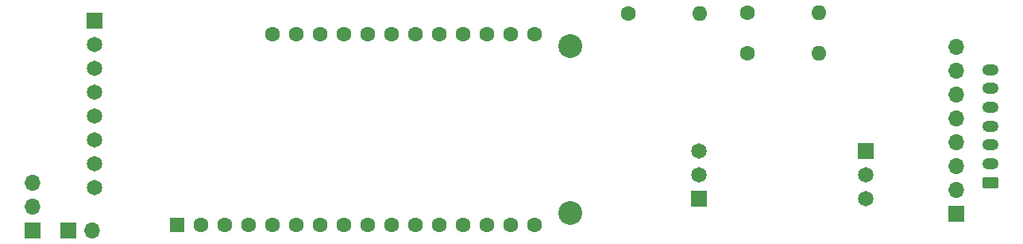
<source format=gbr>
%TF.GenerationSoftware,KiCad,Pcbnew,6.0.0-rc1-unknown-5bf9bd3ebb~144~ubuntu20.04.1*%
%TF.CreationDate,2021-12-20T20:37:33+08:00*%
%TF.ProjectId,kicad-openctd,6b696361-642d-46f7-9065-6e6374642e6b,rev?*%
%TF.SameCoordinates,Original*%
%TF.FileFunction,Soldermask,Top*%
%TF.FilePolarity,Negative*%
%FSLAX46Y46*%
G04 Gerber Fmt 4.6, Leading zero omitted, Abs format (unit mm)*
G04 Created by KiCad (PCBNEW 6.0.0-rc1-unknown-5bf9bd3ebb~144~ubuntu20.04.1) date 2021-12-20 20:37:33*
%MOMM*%
%LPD*%
G01*
G04 APERTURE LIST*
G04 Aperture macros list*
%AMRoundRect*
0 Rectangle with rounded corners*
0 $1 Rounding radius*
0 $2 $3 $4 $5 $6 $7 $8 $9 X,Y pos of 4 corners*
0 Add a 4 corners polygon primitive as box body*
4,1,4,$2,$3,$4,$5,$6,$7,$8,$9,$2,$3,0*
0 Add four circle primitives for the rounded corners*
1,1,$1+$1,$2,$3*
1,1,$1+$1,$4,$5*
1,1,$1+$1,$6,$7*
1,1,$1+$1,$8,$9*
0 Add four rect primitives between the rounded corners*
20,1,$1+$1,$2,$3,$4,$5,0*
20,1,$1+$1,$4,$5,$6,$7,0*
20,1,$1+$1,$6,$7,$8,$9,0*
20,1,$1+$1,$8,$9,$2,$3,0*%
G04 Aperture macros list end*
%ADD10C,1.600000*%
%ADD11O,1.600000X1.600000*%
%ADD12C,2.540000*%
%ADD13R,1.600000X1.600000*%
%ADD14R,1.651000X1.651000*%
%ADD15C,1.651000*%
%ADD16R,1.700000X1.700000*%
%ADD17O,1.700000X1.700000*%
%ADD18RoundRect,0.250000X0.625000X-0.350000X0.625000X0.350000X-0.625000X0.350000X-0.625000X-0.350000X0*%
%ADD19O,1.750000X1.200000*%
G04 APERTURE END LIST*
D10*
%TO.C,R1*%
X162794000Y-82900000D03*
D11*
X170414000Y-82900000D03*
%TD*%
D12*
%TO.C,U3*%
X156610000Y-86335000D03*
X156610000Y-104115000D03*
D13*
X114700000Y-105385000D03*
D10*
X117240000Y-105385000D03*
X119780000Y-105385000D03*
X122320000Y-105385000D03*
X124860000Y-105385000D03*
X127400000Y-105385000D03*
X129940000Y-105385000D03*
X132480000Y-105385000D03*
X135020000Y-105385000D03*
X137560000Y-105385000D03*
X140100000Y-105385000D03*
X142640000Y-105385000D03*
X145180000Y-105385000D03*
X147720000Y-105385000D03*
X150260000Y-105385000D03*
X152800000Y-105385000D03*
X152800000Y-85065000D03*
X150260000Y-85065000D03*
X147720000Y-85065000D03*
X145180000Y-85065000D03*
X142640000Y-85065000D03*
X140100000Y-85065000D03*
X137560000Y-85065000D03*
X135020000Y-85065000D03*
X132480000Y-85065000D03*
X129940000Y-85065000D03*
X127400000Y-85065000D03*
X124860000Y-85065000D03*
%TD*%
D14*
%TO.C,U2*%
X170355000Y-102559000D03*
D15*
X170355000Y-100019000D03*
X170355000Y-97479000D03*
D14*
X188135000Y-97479000D03*
D15*
X188135000Y-100019000D03*
X188135000Y-102559000D03*
%TD*%
D16*
%TO.C,J1*%
X103100000Y-105950000D03*
D17*
X105640000Y-105950000D03*
%TD*%
D16*
%TO.C,J2*%
X99270000Y-105950000D03*
D17*
X99270000Y-103410000D03*
X99270000Y-100870000D03*
%TD*%
D10*
%TO.C,R3*%
X175458000Y-87086000D03*
D11*
X183078000Y-87086000D03*
%TD*%
D10*
%TO.C,R2*%
X175514000Y-82816000D03*
D11*
X183134000Y-82816000D03*
%TD*%
D14*
%TO.C,U1*%
X105875000Y-83645000D03*
D15*
X105863570Y-86134568D03*
X105863570Y-88671711D03*
X105863570Y-91265000D03*
X105863570Y-93805000D03*
X105863570Y-96345000D03*
X105863570Y-98885000D03*
X105863570Y-101425000D03*
%TD*%
D18*
%TO.C,J4*%
X201422000Y-100862000D03*
D19*
X201422000Y-98862000D03*
X201422000Y-96862000D03*
X201422000Y-94862000D03*
X201422000Y-92862000D03*
X201422000Y-90862000D03*
X201422000Y-88862000D03*
%TD*%
D16*
%TO.C,J3*%
X197740000Y-104200000D03*
D17*
X197740000Y-101660000D03*
X197740000Y-99120000D03*
X197740000Y-96580000D03*
X197740000Y-94040000D03*
X197740000Y-91500000D03*
X197740000Y-88960000D03*
X197740000Y-86420000D03*
%TD*%
M02*

</source>
